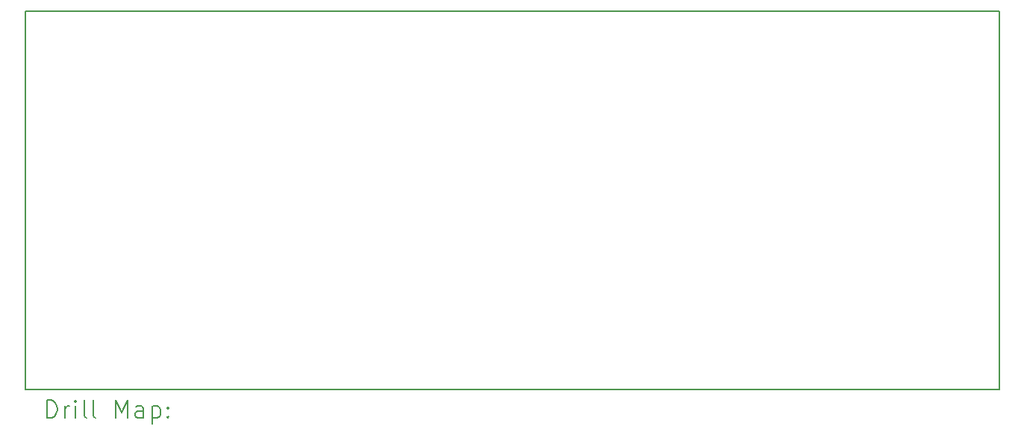
<source format=gbr>
%FSLAX45Y45*%
G04 Gerber Fmt 4.5, Leading zero omitted, Abs format (unit mm)*
G04 Created by KiCad (PCBNEW (6.0.0)) date 2022-07-07 12:02:23*
%MOMM*%
%LPD*%
G01*
G04 APERTURE LIST*
%TA.AperFunction,Profile*%
%ADD10C,0.150000*%
%TD*%
%ADD11C,0.200000*%
G04 APERTURE END LIST*
D10*
X4300000Y-5300000D02*
X15349000Y-5300000D01*
X15349000Y-9600000D02*
X4300000Y-9600000D01*
X15349000Y-9600000D02*
X15349000Y-5300000D01*
X4300000Y-9600000D02*
X4300000Y-5300000D01*
D11*
X4550119Y-9917976D02*
X4550119Y-9717976D01*
X4597738Y-9717976D01*
X4626310Y-9727500D01*
X4645357Y-9746548D01*
X4654881Y-9765595D01*
X4664405Y-9803690D01*
X4664405Y-9832262D01*
X4654881Y-9870357D01*
X4645357Y-9889405D01*
X4626310Y-9908452D01*
X4597738Y-9917976D01*
X4550119Y-9917976D01*
X4750119Y-9917976D02*
X4750119Y-9784643D01*
X4750119Y-9822738D02*
X4759643Y-9803690D01*
X4769167Y-9794167D01*
X4788214Y-9784643D01*
X4807262Y-9784643D01*
X4873929Y-9917976D02*
X4873929Y-9784643D01*
X4873929Y-9717976D02*
X4864405Y-9727500D01*
X4873929Y-9737024D01*
X4883452Y-9727500D01*
X4873929Y-9717976D01*
X4873929Y-9737024D01*
X4997738Y-9917976D02*
X4978690Y-9908452D01*
X4969167Y-9889405D01*
X4969167Y-9717976D01*
X5102500Y-9917976D02*
X5083452Y-9908452D01*
X5073929Y-9889405D01*
X5073929Y-9717976D01*
X5331071Y-9917976D02*
X5331071Y-9717976D01*
X5397738Y-9860833D01*
X5464405Y-9717976D01*
X5464405Y-9917976D01*
X5645357Y-9917976D02*
X5645357Y-9813214D01*
X5635833Y-9794167D01*
X5616786Y-9784643D01*
X5578690Y-9784643D01*
X5559643Y-9794167D01*
X5645357Y-9908452D02*
X5626309Y-9917976D01*
X5578690Y-9917976D01*
X5559643Y-9908452D01*
X5550119Y-9889405D01*
X5550119Y-9870357D01*
X5559643Y-9851310D01*
X5578690Y-9841786D01*
X5626309Y-9841786D01*
X5645357Y-9832262D01*
X5740595Y-9784643D02*
X5740595Y-9984643D01*
X5740595Y-9794167D02*
X5759643Y-9784643D01*
X5797738Y-9784643D01*
X5816786Y-9794167D01*
X5826309Y-9803690D01*
X5835833Y-9822738D01*
X5835833Y-9879881D01*
X5826309Y-9898929D01*
X5816786Y-9908452D01*
X5797738Y-9917976D01*
X5759643Y-9917976D01*
X5740595Y-9908452D01*
X5921548Y-9898929D02*
X5931071Y-9908452D01*
X5921548Y-9917976D01*
X5912024Y-9908452D01*
X5921548Y-9898929D01*
X5921548Y-9917976D01*
X5921548Y-9794167D02*
X5931071Y-9803690D01*
X5921548Y-9813214D01*
X5912024Y-9803690D01*
X5921548Y-9794167D01*
X5921548Y-9813214D01*
M02*

</source>
